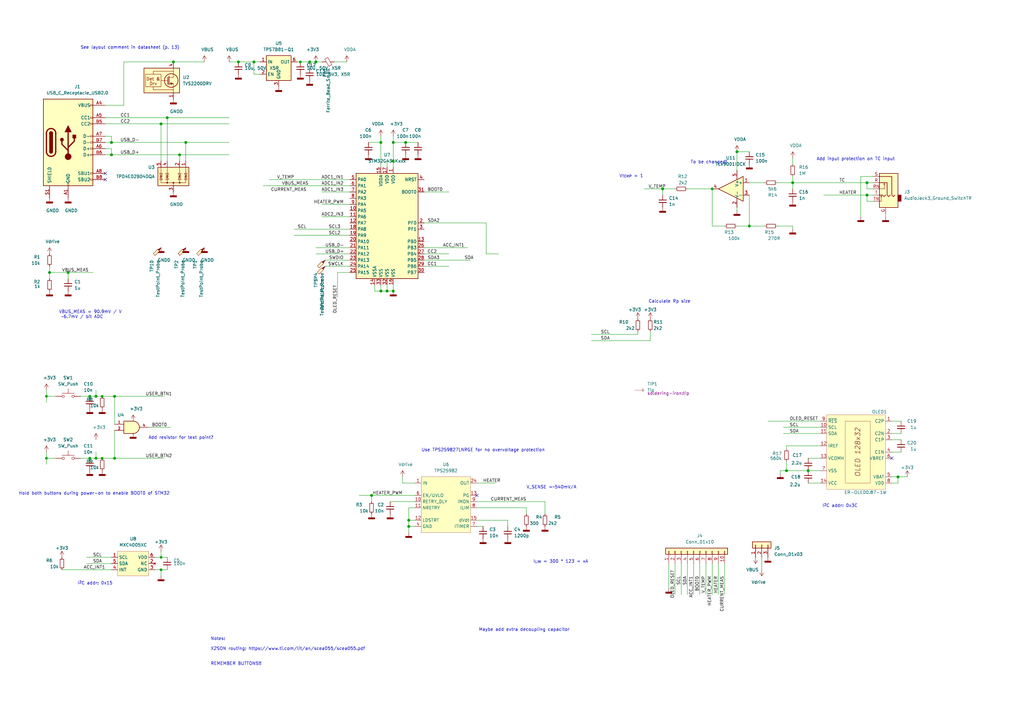
<source format=kicad_sch>
(kicad_sch (version 20210126) (generator eeschema)
  (paper "A3")
  (junction (at 19.05 162.56) (diameter 0.9144))
  (junction (at 19.05 187.96) (diameter 0.9144))
  (junction (at 20.32 111.76) (diameter 1.016))
  (junction (at 27.94 111.76) (diameter 1.016))
  (junction (at 36.83 162.56) (diameter 1.016))
  (junction (at 36.83 187.96) (diameter 1.016))
  (junction (at 39.37 162.56) (diameter 1.016))
  (junction (at 39.37 187.96) (diameter 1.016))
  (junction (at 41.91 162.56) (diameter 0.9144))
  (junction (at 41.91 187.96) (diameter 0.9144))
  (junction (at 45.72 58.42) (diameter 1.016))
  (junction (at 45.72 63.5) (diameter 1.016))
  (junction (at 46.99 162.56) (diameter 1.016))
  (junction (at 46.99 187.96) (diameter 1.016))
  (junction (at 66.04 50.8) (diameter 1.016))
  (junction (at 66.04 228.6) (diameter 0.9144))
  (junction (at 66.04 233.68) (diameter 0.9144))
  (junction (at 68.58 48.26) (diameter 1.016))
  (junction (at 71.12 25.4) (diameter 1.016))
  (junction (at 73.66 63.5) (diameter 1.016))
  (junction (at 76.2 58.42) (diameter 1.016))
  (junction (at 97.79 25.4) (diameter 1.016))
  (junction (at 104.14 25.4) (diameter 1.016))
  (junction (at 123.19 25.4) (diameter 0.9144))
  (junction (at 127 25.4) (diameter 1.016))
  (junction (at 129.54 25.4) (diameter 1.016))
  (junction (at 152.4 203.2) (diameter 1.016))
  (junction (at 156.21 58.42) (diameter 1.016))
  (junction (at 156.21 119.38) (diameter 1.016))
  (junction (at 158.75 119.38) (diameter 1.016))
  (junction (at 161.29 58.42) (diameter 1.016))
  (junction (at 161.29 66.04) (diameter 1.016))
  (junction (at 161.29 119.38) (diameter 1.016))
  (junction (at 166.37 58.42) (diameter 1.016))
  (junction (at 167.64 213.36) (diameter 1.016))
  (junction (at 167.64 215.9) (diameter 1.016))
  (junction (at 271.78 77.47) (diameter 1.016))
  (junction (at 292.1 77.47) (diameter 0.9144))
  (junction (at 302.26 62.23) (diameter 1.016))
  (junction (at 307.34 92.71) (diameter 1.016))
  (junction (at 322.58 193.04) (diameter 1.016))
  (junction (at 325.12 74.93) (diameter 1.016))
  (junction (at 331.47 193.04) (diameter 1.016))
  (junction (at 355.6 74.93) (diameter 1.016))
  (junction (at 355.6 80.01) (diameter 1.016))
  (junction (at 368.3 195.58) (diameter 1.016))
  (no_connect (at 43.18 71.12))
  (no_connect (at 43.18 73.66))
  (no_connect (at 195.58 203.2))
  (no_connect (at 365.76 187.96))
  (wire (pts (xy 19.05 160.02) (xy 19.05 162.56)))
  (wire (pts (xy 19.05 162.56) (xy 19.05 165.1)))
  (wire (pts (xy 19.05 185.42) (xy 19.05 187.96)))
  (wire (pts (xy 19.05 187.96) (xy 19.05 190.5)))
  (wire (pts (xy 20.32 109.22) (xy 20.32 111.76)))
  (wire (pts (xy 20.32 111.76) (xy 20.32 114.3)))
  (wire (pts (xy 22.86 162.56) (xy 19.05 162.56)))
  (wire (pts (xy 22.86 187.96) (xy 19.05 187.96)))
  (wire (pts (xy 25.4 233.68) (xy 45.72 233.68)))
  (wire (pts (xy 27.94 111.76) (xy 20.32 111.76)))
  (wire (pts (xy 27.94 111.76) (xy 27.94 114.3)))
  (wire (pts (xy 35.56 228.6) (xy 45.72 228.6)))
  (wire (pts (xy 35.56 231.14) (xy 45.72 231.14)))
  (wire (pts (xy 36.83 162.56) (xy 33.02 162.56)))
  (wire (pts (xy 36.83 162.56) (xy 39.37 162.56)))
  (wire (pts (xy 36.83 187.96) (xy 33.02 187.96)))
  (wire (pts (xy 36.83 187.96) (xy 39.37 187.96)))
  (wire (pts (xy 38.1 111.76) (xy 27.94 111.76)))
  (wire (pts (xy 39.37 160.02) (xy 39.37 162.56)))
  (wire (pts (xy 39.37 162.56) (xy 41.91 162.56)))
  (wire (pts (xy 39.37 185.42) (xy 39.37 187.96)))
  (wire (pts (xy 39.37 187.96) (xy 41.91 187.96)))
  (wire (pts (xy 41.91 162.56) (xy 46.99 162.56)))
  (wire (pts (xy 41.91 187.96) (xy 46.99 187.96)))
  (wire (pts (xy 43.18 48.26) (xy 68.58 48.26)))
  (wire (pts (xy 43.18 50.8) (xy 66.04 50.8)))
  (wire (pts (xy 43.18 55.88) (xy 45.72 55.88)))
  (wire (pts (xy 43.18 58.42) (xy 45.72 58.42)))
  (wire (pts (xy 43.18 63.5) (xy 45.72 63.5)))
  (wire (pts (xy 45.72 58.42) (xy 45.72 55.88)))
  (wire (pts (xy 45.72 58.42) (xy 76.2 58.42)))
  (wire (pts (xy 45.72 60.96) (xy 43.18 60.96)))
  (wire (pts (xy 45.72 63.5) (xy 45.72 60.96)))
  (wire (pts (xy 45.72 63.5) (xy 73.66 63.5)))
  (wire (pts (xy 46.99 162.56) (xy 67.31 162.56)))
  (wire (pts (xy 46.99 173.99) (xy 46.99 162.56)))
  (wire (pts (xy 46.99 176.53) (xy 46.99 187.96)))
  (wire (pts (xy 46.99 187.96) (xy 67.31 187.96)))
  (wire (pts (xy 50.8 25.4) (xy 50.8 43.18)))
  (wire (pts (xy 50.8 43.18) (xy 43.18 43.18)))
  (wire (pts (xy 60.96 175.26) (xy 69.85 175.26)))
  (wire (pts (xy 63.5 228.6) (xy 66.04 228.6)))
  (wire (pts (xy 66.04 50.8) (xy 66.04 66.04)))
  (wire (pts (xy 66.04 50.8) (xy 93.98 50.8)))
  (wire (pts (xy 66.04 228.6) (xy 66.04 226.06)))
  (wire (pts (xy 66.04 228.6) (xy 68.58 228.6)))
  (wire (pts (xy 66.04 233.68) (xy 63.5 233.68)))
  (wire (pts (xy 66.04 233.68) (xy 68.58 233.68)))
  (wire (pts (xy 66.04 236.22) (xy 66.04 233.68)))
  (wire (pts (xy 68.58 48.26) (xy 68.58 66.04)))
  (wire (pts (xy 68.58 48.26) (xy 93.98 48.26)))
  (wire (pts (xy 71.12 25.4) (xy 50.8 25.4)))
  (wire (pts (xy 73.66 63.5) (xy 73.66 66.04)))
  (wire (pts (xy 73.66 63.5) (xy 93.98 63.5)))
  (wire (pts (xy 76.2 58.42) (xy 76.2 66.04)))
  (wire (pts (xy 76.2 58.42) (xy 93.98 58.42)))
  (wire (pts (xy 83.82 25.4) (xy 71.12 25.4)))
  (wire (pts (xy 93.98 25.4) (xy 97.79 25.4)))
  (wire (pts (xy 97.79 25.4) (xy 104.14 25.4)))
  (wire (pts (xy 104.14 25.4) (xy 106.68 25.4)))
  (wire (pts (xy 104.14 30.48) (xy 104.14 25.4)))
  (wire (pts (xy 106.68 30.48) (xy 104.14 30.48)))
  (wire (pts (xy 107.95 76.2) (xy 143.51 76.2)))
  (wire (pts (xy 110.49 73.66) (xy 143.51 73.66)))
  (wire (pts (xy 120.65 93.98) (xy 143.51 93.98)))
  (wire (pts (xy 120.65 96.52) (xy 143.51 96.52)))
  (wire (pts (xy 121.92 25.4) (xy 123.19 25.4)))
  (wire (pts (xy 123.19 25.4) (xy 127 25.4)))
  (wire (pts (xy 127 25.4) (xy 127 27.94)))
  (wire (pts (xy 127 25.4) (xy 129.54 25.4)))
  (wire (pts (xy 129.54 25.4) (xy 132.08 25.4)))
  (wire (pts (xy 129.54 101.6) (xy 143.51 101.6)))
  (wire (pts (xy 129.54 104.14) (xy 143.51 104.14)))
  (wire (pts (xy 132.08 83.82) (xy 143.51 83.82)))
  (wire (pts (xy 137.16 25.4) (xy 142.24 25.4)))
  (wire (pts (xy 138.43 111.76) (xy 143.51 111.76)))
  (wire (pts (xy 138.43 121.92) (xy 138.43 111.76)))
  (wire (pts (xy 143.51 78.74) (xy 132.08 78.74)))
  (wire (pts (xy 143.51 88.9) (xy 132.08 88.9)))
  (wire (pts (xy 143.51 106.68) (xy 133.35 106.68)))
  (wire (pts (xy 143.51 109.22) (xy 133.35 109.22)))
  (wire (pts (xy 147.32 203.2) (xy 152.4 203.2)))
  (wire (pts (xy 151.13 58.42) (xy 156.21 58.42)))
  (wire (pts (xy 152.4 203.2) (xy 152.4 205.74)))
  (wire (pts (xy 152.4 203.2) (xy 170.18 203.2)))
  (wire (pts (xy 153.67 116.84) (xy 153.67 119.38)))
  (wire (pts (xy 156.21 55.88) (xy 156.21 58.42)))
  (wire (pts (xy 156.21 58.42) (xy 156.21 68.58)))
  (wire (pts (xy 156.21 116.84) (xy 156.21 119.38)))
  (wire (pts (xy 156.21 119.38) (xy 153.67 119.38)))
  (wire (pts (xy 158.75 68.58) (xy 158.75 66.04)))
  (wire (pts (xy 158.75 116.84) (xy 158.75 119.38)))
  (wire (pts (xy 158.75 119.38) (xy 156.21 119.38)))
  (wire (pts (xy 158.75 119.38) (xy 161.29 119.38)))
  (wire (pts (xy 160.02 205.74) (xy 170.18 205.74)))
  (wire (pts (xy 161.29 55.88) (xy 161.29 58.42)))
  (wire (pts (xy 161.29 58.42) (xy 166.37 58.42)))
  (wire (pts (xy 161.29 66.04) (xy 158.75 66.04)))
  (wire (pts (xy 161.29 66.04) (xy 161.29 58.42)))
  (wire (pts (xy 161.29 68.58) (xy 161.29 66.04)))
  (wire (pts (xy 161.29 116.84) (xy 161.29 119.38)))
  (wire (pts (xy 165.1 198.12) (xy 165.1 195.58)))
  (wire (pts (xy 167.64 208.28) (xy 167.64 213.36)))
  (wire (pts (xy 167.64 213.36) (xy 167.64 215.9)))
  (wire (pts (xy 167.64 213.36) (xy 170.18 213.36)))
  (wire (pts (xy 167.64 215.9) (xy 167.64 218.44)))
  (wire (pts (xy 167.64 215.9) (xy 170.18 215.9)))
  (wire (pts (xy 170.18 198.12) (xy 165.1 198.12)))
  (wire (pts (xy 170.18 208.28) (xy 167.64 208.28)))
  (wire (pts (xy 171.45 58.42) (xy 166.37 58.42)))
  (wire (pts (xy 173.99 91.44) (xy 199.39 91.44)))
  (wire (pts (xy 173.99 101.6) (xy 191.77 101.6)))
  (wire (pts (xy 173.99 106.68) (xy 193.04 106.68)))
  (wire (pts (xy 184.15 78.74) (xy 173.99 78.74)))
  (wire (pts (xy 184.15 104.14) (xy 173.99 104.14)))
  (wire (pts (xy 184.15 109.22) (xy 173.99 109.22)))
  (wire (pts (xy 195.58 198.12) (xy 203.2 198.12)))
  (wire (pts (xy 195.58 205.74) (xy 223.52 205.74)))
  (wire (pts (xy 195.58 208.28) (xy 215.9 208.28)))
  (wire (pts (xy 195.58 213.36) (xy 208.28 213.36)))
  (wire (pts (xy 195.58 215.9) (xy 198.12 215.9)))
  (wire (pts (xy 199.39 104.14) (xy 199.39 91.44)))
  (wire (pts (xy 204.47 104.14) (xy 199.39 104.14)))
  (wire (pts (xy 208.28 213.36) (xy 208.28 215.9)))
  (wire (pts (xy 215.9 208.28) (xy 215.9 210.82)))
  (wire (pts (xy 223.52 205.74) (xy 223.52 210.82)))
  (wire (pts (xy 242.57 137.16) (xy 261.62 137.16)))
  (wire (pts (xy 242.57 139.7) (xy 266.7 139.7)))
  (wire (pts (xy 261.62 135.89) (xy 261.62 137.16)))
  (wire (pts (xy 264.16 77.47) (xy 271.78 77.47)))
  (wire (pts (xy 266.7 135.89) (xy 266.7 139.7)))
  (wire (pts (xy 271.78 77.47) (xy 271.78 80.01)))
  (wire (pts (xy 271.78 77.47) (xy 276.86 77.47)))
  (wire (pts (xy 274.32 231.14) (xy 274.32 241.3)))
  (wire (pts (xy 276.86 231.14) (xy 276.86 243.84)))
  (wire (pts (xy 279.4 231.14) (xy 279.4 243.84)))
  (wire (pts (xy 281.94 77.47) (xy 292.1 77.47)))
  (wire (pts (xy 281.94 231.14) (xy 281.94 243.84)))
  (wire (pts (xy 284.48 231.14) (xy 284.48 243.84)))
  (wire (pts (xy 287.02 231.14) (xy 287.02 243.84)))
  (wire (pts (xy 289.56 231.14) (xy 289.56 243.84)))
  (wire (pts (xy 292.1 77.47) (xy 292.1 92.71)))
  (wire (pts (xy 292.1 92.71) (xy 297.18 92.71)))
  (wire (pts (xy 292.1 231.14) (xy 292.1 243.84)))
  (wire (pts (xy 294.64 231.14) (xy 294.64 243.84)))
  (wire (pts (xy 297.18 231.14) (xy 297.18 243.84)))
  (wire (pts (xy 302.26 62.23) (xy 302.26 69.85)))
  (wire (pts (xy 302.26 85.09) (xy 302.26 86.36)))
  (wire (pts (xy 307.34 62.23) (xy 302.26 62.23)))
  (wire (pts (xy 307.34 74.93) (xy 313.69 74.93)))
  (wire (pts (xy 307.34 80.01) (xy 307.34 92.71)))
  (wire (pts (xy 307.34 92.71) (xy 302.26 92.71)))
  (wire (pts (xy 307.34 92.71) (xy 313.69 92.71)))
  (wire (pts (xy 312.42 228.6) (xy 312.42 233.68)))
  (wire (pts (xy 314.96 172.72) (xy 336.55 172.72)))
  (wire (pts (xy 318.77 74.93) (xy 325.12 74.93)))
  (wire (pts (xy 318.77 92.71) (xy 325.12 92.71)))
  (wire (pts (xy 320.04 194.31) (xy 320.04 193.04)))
  (wire (pts (xy 321.31 175.26) (xy 336.55 175.26)))
  (wire (pts (xy 321.31 177.8) (xy 336.55 177.8)))
  (wire (pts (xy 322.58 182.88) (xy 336.55 182.88)))
  (wire (pts (xy 322.58 184.15) (xy 322.58 182.88)))
  (wire (pts (xy 322.58 189.23) (xy 322.58 193.04)))
  (wire (pts (xy 322.58 193.04) (xy 320.04 193.04)))
  (wire (pts (xy 322.58 193.04) (xy 331.47 193.04)))
  (wire (pts (xy 325.12 64.77) (xy 325.12 67.31)))
  (wire (pts (xy 325.12 72.39) (xy 325.12 74.93)))
  (wire (pts (xy 325.12 74.93) (xy 325.12 77.47)))
  (wire (pts (xy 325.12 74.93) (xy 355.6 74.93)))
  (wire (pts (xy 325.12 92.71) (xy 325.12 93.98)))
  (wire (pts (xy 331.47 187.96) (xy 336.55 187.96)))
  (wire (pts (xy 331.47 193.04) (xy 336.55 193.04)))
  (wire (pts (xy 336.55 198.12) (xy 331.47 198.12)))
  (wire (pts (xy 337.82 80.01) (xy 355.6 80.01)))
  (wire (pts (xy 353.06 72.39) (xy 353.06 88.9)))
  (wire (pts (xy 353.06 72.39) (xy 358.14 72.39)))
  (wire (pts (xy 355.6 77.47) (xy 355.6 74.93)))
  (wire (pts (xy 355.6 80.01) (xy 358.14 80.01)))
  (wire (pts (xy 355.6 82.55) (xy 355.6 80.01)))
  (wire (pts (xy 358.14 74.93) (xy 355.6 74.93)))
  (wire (pts (xy 358.14 77.47) (xy 355.6 77.47)))
  (wire (pts (xy 358.14 82.55) (xy 355.6 82.55)))
  (wire (pts (xy 363.22 87.63) (xy 363.22 88.9)))
  (wire (pts (xy 368.3 195.58) (xy 365.76 195.58)))
  (wire (pts (xy 368.3 195.58) (xy 368.3 198.12)))
  (wire (pts (xy 368.3 198.12) (xy 365.76 198.12)))
  (wire (pts (xy 369.57 172.72) (xy 365.76 172.72)))
  (wire (pts (xy 369.57 177.8) (xy 365.76 177.8)))
  (wire (pts (xy 369.57 180.34) (xy 365.76 180.34)))
  (wire (pts (xy 369.57 185.42) (xy 365.76 185.42)))
  (wire (pts (xy 372.11 195.58) (xy 368.3 195.58)))
  (text "Hold both buttons during power-on to enable BOOT0 of STM32" (at 7.62 203.2 0) (effects (font (size 1.27 1.27)) (justify left bottom)))
  (text "VBUS_MEAS = 90.9mV / V\n ~~6.7mV / bit ADC" (at 24.13 130.81 0) (effects (font (size 1.27 1.27)) (justify left bottom)))
  (text "I^{2}C addr: 0x15" (at 31.75 240.03 0) (effects (font (size 1.27 1.27)) (justify left bottom)))
  (text "See layout comment in datasheet (p. 13)" (at 73.66 20.32 180) (effects (font (size 1.27 1.27)) (justify right bottom)))
  (text "Notes:\n\nX2SON routing: https://www.ti.com/lit/an/scea055/scea055.pdf\n\n\nREMEMBER BUTTONS!!\n" (at 86.36 273.05 0) (effects (font (size 1.27 1.27)) (justify left bottom)))
  (text "Add resistor for test point?" (at 87.63 180.34 180) (effects (font (size 1.27 1.27)) (justify right bottom)))
  (text "V_SENSE =~~540mV/A" (at 215.9 200.66 0) (effects (font (size 1.27 1.27)) (justify left bottom)))
  (text "Use TPS259827LNRGE for no overvoltage protection" (at 223.52 185.42 180) (effects (font (size 1.27 1.27)) (justify right bottom)))
  (text "Maybe add extra decoupling capacitor" (at 233.68 259.08 180) (effects (font (size 1.27 1.27)) (justify right bottom)))
  (text "I_{LIM} = ${e503d6bf-a50a-4ee0-8ab0-ca6ce4a7f0d5:VALUE} * 123 = xA" (at 241.3 231.14 0) (effects (font (size 1.27 1.27)) (justify right bottom)))
  (text "V_{TEMP} = 1" (at 254 73.025 0) (effects (font (size 1.27 1.27)) (justify left bottom)))
  (text "To be changed!" (at 283.21 67.31 0) (effects (font (size 1.27 1.27)) (justify left bottom)))
  (text "Calculate Rp size" (at 283.21 124.46 180) (effects (font (size 1.27 1.27)) (justify right bottom)))
  (text "I^{2}C addr: 0x3C" (at 351.79 208.28 180) (effects (font (size 1.27 1.27)) (justify right bottom)))
  (text "Add input protection on TC input" (at 367.03 66.04 180) (effects (font (size 1.27 1.27)) (justify right bottom)))
  (label "VBUS_MEAS" (at 25.4 111.76 0))
  (label "SCL" (at 38.1 228.6 0))
  (label "SDA" (at 38.1 231.14 0))
  (label "ACC_INT1" (at 43.18 233.68 180))
  (label "CC1" (at 53.34 48.26 180))
  (label "CC2" (at 53.34 50.8 180))
  (label "USB_D-" (at 57.15 58.42 180))
  (label "USB_D+" (at 57.15 63.5 180))
  (label "USER_BTN1" (at 59.69 162.56 0))
  (label "USER_BTN2" (at 59.69 187.96 0))
  (label "BOOT0" (at 62.23 175.26 0))
  (label "VBUS_MEAS" (at 115.57 76.2 0))
  (label "V_TEMP" (at 120.65 73.66 180))
  (label "CURRENT_MEAS" (at 125.73 78.74 180))
  (label "SCL" (at 125.73 93.98 180))
  (label "USB_D-" (at 133.35 101.6 0))
  (label "USB_D+" (at 133.35 104.14 0))
  (label "OLED_RESET" (at 138.43 116.84 270))
  (label "SCL3" (at 139.7 93.98 180))
  (label "SCL2" (at 139.7 96.52 180))
  (label "ADC1_IN1" (at 140.97 73.66 180))
  (label "ADC1_IN2" (at 140.97 76.2 180))
  (label "ADC1_IN3" (at 140.97 78.74 180))
  (label "HEATER_PWM" (at 140.97 83.82 180))
  (label "ADC2_IN3" (at 140.97 88.9 180))
  (label "SWDIO" (at 140.97 106.68 180))
  (label "SWCLK" (at 140.97 109.22 180))
  (label "HEATER_PWM" (at 165.1 203.2 180))
  (label "CC2" (at 175.26 104.14 0))
  (label "CC1" (at 175.26 109.22 0))
  (label "SDA2" (at 180.34 91.44 180))
  (label "SDA3" (at 180.34 106.68 180))
  (label "BOOT0" (at 181.61 78.74 180))
  (label "ACC_INT1" (at 190.5 101.6 180))
  (label "SDA" (at 190.5 106.68 0))
  (label "HEATER" (at 198.12 198.12 0))
  (label "CURRENT_MEAS" (at 215.9 205.74 180))
  (label "SCL" (at 246.38 137.16 0))
  (label "SDA" (at 246.38 139.7 0))
  (label "V_TEMP" (at 273.05 77.47 180))
  (label "OLED_RESET" (at 276.86 233.68 270))
  (label "SCL" (at 279.4 236.22 270))
  (label "SDA" (at 281.94 236.22 270))
  (label "ACC_INT1" (at 284.48 236.22 270))
  (label "BOOT0" (at 287.02 236.22 270))
  (label "V_TEMP" (at 289.56 236.22 270))
  (label "HEATER_PWM" (at 292.1 236.22 270))
  (label "HEATER" (at 294.64 236.22 270))
  (label "CURRENT_MEAS" (at 297.18 236.22 270))
  (label "OLED_RESET" (at 323.85 172.72 0))
  (label "SCL" (at 323.85 175.26 0))
  (label "SDA" (at 323.85 177.8 0))
  (label "TC" (at 344.17 74.93 0))
  (label "HEATER" (at 344.17 80.01 0))
  (symbol (lib_id "New_Library:Tip") (at 261.62 160.02 0) (unit 1) (on_board no)
    (property "Reference" "TIP1" (at 265.43 157.48 0) (effects (justify left)))
    (property "Value" "Tip" (at 265.43 160.02 0) (effects (justify left)))
    (property "Footprint" "soldering-iron:tip" (at 265.43 161.29 0) (effects (justify left)))
    (property "BOM" "T0050103499" (effects hide))
    (property "MFGR" "T0050103499" (effects hide))
  )
  (symbol (lib_id "power:+3V3") (at 19.05 160.02 0) (unit 1)
    (property "Reference" "#PWR0106" (effects hide))
    (property "Value" "+3V3" (at 20.32 154.94 0))
  )
  (symbol (lib_id "power:+3V3") (at 19.05 185.42 0) (unit 1)
    (property "Reference" "#PWR0102" (effects hide))
    (property "Value" "+3V3" (at 20.32 180.34 0))
  )
  (symbol (lib_id "power:Vdrive") (at 20.32 104.14 0) (unit 1)
    (property "Reference" "#PWR06" (effects hide))
    (property "Value" "Vdrive" (at 21.59 99.06 0))
  )
  (symbol (lib_id "power:+3V3") (at 25.4 228.6 0) (unit 1)
    (property "Reference" "#PWR025" (effects hide))
    (property "Value" "+3V3" (at 25.4 224.79 0))
  )
  (symbol (lib_id "power:+3V3") (at 39.37 180.34 0) (unit 1)
    (property "Reference" "#PWR0107" (effects hide))
    (property "Value" "+3V3" (at 40.64 175.26 0))
  )
  (symbol (lib_id "power:+3V3") (at 54.61 172.72 0) (unit 1)
    (property "Reference" "#PWR0108" (effects hide))
    (property "Value" "+3V3" (at 55.88 167.64 0))
  )
  (symbol (lib_id "power:+3V3") (at 66.04 226.06 0) (unit 1)
    (property "Reference" "#PWR026" (effects hide))
    (property "Value" "+3V3" (at 66.04 222.25 0))
  )
  (symbol (lib_id "power:VBUS") (at 83.82 25.4 0) (unit 1)
    (property "Reference" "#PWR019" (effects hide))
    (property "Value" "VBUS" (at 85.09 20.32 0))
  )
  (symbol (lib_id "power:VBUS") (at 93.98 25.4 0) (unit 1)
    (property "Reference" "#PWR035" (effects hide))
    (property "Value" "VBUS" (at 95.25 20.32 0))
  )
  (symbol (lib_id "power:+3V3") (at 129.54 25.4 0) (mirror y) (unit 1)
    (property "Reference" "#PWR048" (effects hide))
    (property "Value" "+3V3" (at 128.27 20.32 0))
  )
  (symbol (lib_id "power:VDDA") (at 142.24 25.4 0) (unit 1)
    (property "Reference" "#PWR051" (effects hide))
    (property "Value" "VDDA" (at 143.51 20.32 0))
  )
  (symbol (lib_id "power:VDDA") (at 156.21 55.88 0) (mirror y) (unit 1)
    (property "Reference" "#PWR030" (effects hide))
    (property "Value" "VDDA" (at 154.94 50.8 0))
  )
  (symbol (lib_id "power:+3V3") (at 161.29 55.88 0) (mirror y) (unit 1)
    (property "Reference" "#PWR031" (effects hide))
    (property "Value" "+3V3" (at 162.56 50.8 0))
  )
  (symbol (lib_id "power:Vdrive") (at 165.1 195.58 0) (unit 1)
    (property "Reference" "#PWR013" (effects hide))
    (property "Value" "Vdrive" (at 166.37 190.5 0))
  )
  (symbol (lib_id "power:+3V3") (at 261.62 130.81 0) (unit 1)
    (property "Reference" "#PWR052" (effects hide))
    (property "Value" "+3V3" (at 260.35 127 0))
  )
  (symbol (lib_id "power:+3V3") (at 266.7 130.81 0) (unit 1)
    (property "Reference" "#PWR053" (effects hide))
    (property "Value" "+3V3" (at 266.7 127 0))
  )
  (symbol (lib_id "power:VDDA") (at 302.26 62.23 0) (unit 1)
    (property "Reference" "#PWR056" (effects hide))
    (property "Value" "VDDA" (at 303.53 57.15 0))
  )
  (symbol (lib_id "power:VBUS") (at 309.88 228.6 180) (unit 1)
    (property "Reference" "#PWR059" (effects hide))
    (property "Value" "VBUS" (at 308.61 233.68 0))
  )
  (symbol (lib_id "power:Vdrive") (at 312.42 233.68 180) (unit 1)
    (property "Reference" "#PWR060" (effects hide))
    (property "Value" "Vdrive" (at 311.15 238.76 0))
  )
  (symbol (lib_id "power:VDDA") (at 325.12 64.77 0) (unit 1)
    (property "Reference" "#PWR063" (effects hide))
    (property "Value" "VDDA" (at 326.39 59.69 0))
  )
  (symbol (lib_id "power:+3V3") (at 372.11 195.58 0) (mirror y) (unit 1)
    (property "Reference" "#PWR068" (effects hide))
    (property "Value" "+3V3" (at 372.11 191.77 0))
  )
  (symbol (lib_id "power:GNDD") (at 20.32 81.28 0) (unit 1)
    (property "Reference" "#PWR01" (effects hide))
    (property "Value" "GNDD" (at 21.59 86.36 0))
  )
  (symbol (lib_id "power:GNDD") (at 20.32 119.38 0) (unit 1)
    (property "Reference" "#PWR07" (effects hide))
    (property "Value" "GNDD" (effects hide))
  )
  (symbol (lib_id "power:GNDD") (at 27.94 81.28 0) (unit 1)
    (property "Reference" "#PWR02" (effects hide))
    (property "Value" "GNDD" (at 29.21 86.36 0))
  )
  (symbol (lib_id "power:GNDD") (at 27.94 119.38 0) (unit 1)
    (property "Reference" "#PWR011" (effects hide))
    (property "Value" "GNDD" (effects hide))
  )
  (symbol (lib_id "power:GNDD") (at 36.83 167.64 0) (mirror y) (unit 1)
    (property "Reference" "#PWR0101" (effects hide))
    (property "Value" "GNDD" (effects hide))
  )
  (symbol (lib_id "power:GNDD") (at 36.83 193.04 0) (mirror y) (unit 1)
    (property "Reference" "#PWR0104" (effects hide))
    (property "Value" "GNDD" (effects hide))
  )
  (symbol (lib_id "power:GNDD") (at 41.91 167.64 0) (mirror y) (unit 1)
    (property "Reference" "#PWR0103" (effects hide))
    (property "Value" "GNDD" (effects hide))
  )
  (symbol (lib_id "power:GNDD") (at 41.91 193.04 0) (mirror y) (unit 1)
    (property "Reference" "#PWR0105" (effects hide))
    (property "Value" "GNDD" (effects hide))
  )
  (symbol (lib_id "power:GNDD") (at 54.61 177.8 0) (mirror y) (unit 1)
    (property "Reference" "#PWR0109" (effects hide))
    (property "Value" "GNDD" (effects hide))
  )
  (symbol (lib_id "power:GNDD") (at 66.04 101.6 0) (unit 1)
    (property "Reference" "#PWR0112" (effects hide))
    (property "Value" "GNDD" (at 67.31 106.68 0))
  )
  (symbol (lib_id "power:GNDD") (at 66.04 236.22 0) (unit 1)
    (property "Reference" "#PWR027" (effects hide))
    (property "Value" "GNDD" (effects hide))
  )
  (symbol (lib_id "power:GNDD") (at 71.12 40.64 0) (unit 1)
    (property "Reference" "#PWR016" (effects hide))
    (property "Value" "GNDD" (at 72.39 45.72 0))
  )
  (symbol (lib_id "power:GNDD") (at 71.12 78.74 0) (unit 1)
    (property "Reference" "#PWR017" (effects hide))
    (property "Value" "GNDD" (at 72.39 83.82 0))
  )
  (symbol (lib_id "power:GNDD") (at 76.2 101.6 0) (unit 1)
    (property "Reference" "#PWR0111" (effects hide))
    (property "Value" "GNDD" (at 77.47 106.68 0))
  )
  (symbol (lib_id "power:GNDD") (at 83.82 101.6 0) (unit 1)
    (property "Reference" "#PWR0110" (effects hide))
    (property "Value" "GNDD" (at 85.09 106.68 0))
  )
  (symbol (lib_id "power:GNDD") (at 97.79 30.48 0) (unit 1)
    (property "Reference" "#PWR036" (effects hide))
    (property "Value" "GNDD" (effects hide))
  )
  (symbol (lib_id "power:GNDD") (at 114.3 35.56 0) (unit 1)
    (property "Reference" "#PWR040" (effects hide))
    (property "Value" "GNDD" (effects hide))
  )
  (symbol (lib_id "power:GNDD") (at 123.19 30.48 0) (unit 1)
    (property "Reference" "#PWR043" (effects hide))
    (property "Value" "GNDD" (effects hide))
  )
  (symbol (lib_id "power:GNDD") (at 127 33.02 0) (unit 1)
    (property "Reference" "#PWR045" (effects hide))
    (property "Value" "GNDD" (effects hide))
  )
  (symbol (lib_id "power:GNDD") (at 151.13 63.5 0) (mirror y) (unit 1)
    (property "Reference" "#PWR029" (effects hide))
    (property "Value" "GNDD" (effects hide))
  )
  (symbol (lib_id "power:GNDD") (at 152.4 210.82 0) (unit 1)
    (property "Reference" "#PWR09" (effects hide))
    (property "Value" "GNDD" (effects hide))
  )
  (symbol (lib_id "power:GNDD") (at 160.02 210.82 0) (unit 1)
    (property "Reference" "#PWR012" (effects hide))
    (property "Value" "GNDD" (effects hide))
  )
  (symbol (lib_id "power:GNDD") (at 161.29 119.38 0) (mirror y) (unit 1)
    (property "Reference" "#PWR032" (effects hide))
    (property "Value" "GNDD" (effects hide))
  )
  (symbol (lib_id "power:GNDD") (at 166.37 63.5 0) (mirror y) (unit 1)
    (property "Reference" "#PWR033" (effects hide))
    (property "Value" "GNDD" (effects hide))
  )
  (symbol (lib_id "power:GNDD") (at 167.64 218.44 0) (unit 1)
    (property "Reference" "#PWR014" (effects hide))
    (property "Value" "GNDD" (effects hide))
  )
  (symbol (lib_id "power:GNDD") (at 171.45 63.5 0) (mirror y) (unit 1)
    (property "Reference" "#PWR034" (effects hide))
    (property "Value" "GNDD" (effects hide))
  )
  (symbol (lib_id "power:GNDD") (at 198.12 220.98 0) (unit 1)
    (property "Reference" "#PWR021" (effects hide))
    (property "Value" "GNDD" (effects hide))
  )
  (symbol (lib_id "power:GNDD") (at 208.28 220.98 0) (unit 1)
    (property "Reference" "#PWR022" (effects hide))
    (property "Value" "GNDD" (effects hide))
  )
  (symbol (lib_id "power:GNDD") (at 215.9 215.9 0) (unit 1)
    (property "Reference" "#PWR023" (effects hide))
    (property "Value" "GNDD" (effects hide))
  )
  (symbol (lib_id "power:GNDD") (at 223.52 215.9 0) (unit 1)
    (property "Reference" "#PWR024" (effects hide))
    (property "Value" "GNDD" (effects hide))
  )
  (symbol (lib_id "power:GNDD") (at 271.78 85.09 0) (unit 1)
    (property "Reference" "#PWR054" (effects hide))
    (property "Value" "GNDD" (effects hide))
  )
  (symbol (lib_id "power:GNDD") (at 274.32 241.3 0) (unit 1)
    (property "Reference" "#PWR055" (effects hide))
    (property "Value" "GNDD" (effects hide))
  )
  (symbol (lib_id "power:GNDD") (at 302.26 86.36 0) (unit 1)
    (property "Reference" "#PWR057" (effects hide))
    (property "Value" "GNDD" (effects hide))
  )
  (symbol (lib_id "power:GNDD") (at 307.34 67.31 0) (unit 1)
    (property "Reference" "#PWR058" (effects hide))
    (property "Value" "GNDD" (effects hide))
  )
  (symbol (lib_id "power:GNDD") (at 314.96 228.6 0) (unit 1)
    (property "Reference" "#PWR061" (effects hide))
    (property "Value" "GNDD" (effects hide))
  )
  (symbol (lib_id "power:GNDD") (at 320.04 194.31 0) (unit 1)
    (property "Reference" "#PWR062" (effects hide))
    (property "Value" "GNDD" (effects hide))
  )
  (symbol (lib_id "power:GNDD") (at 325.12 82.55 0) (unit 1)
    (property "Reference" "#PWR064" (effects hide))
    (property "Value" "GNDD" (effects hide))
  )
  (symbol (lib_id "power:GNDD") (at 325.12 93.98 0) (unit 1)
    (property "Reference" "#PWR065" (effects hide))
    (property "Value" "GNDD" (effects hide))
  )
  (symbol (lib_id "power:GNDD") (at 353.06 88.9 0) (unit 1)
    (property "Reference" "#PWR066" (effects hide))
    (property "Value" "GNDD" (effects hide))
  )
  (symbol (lib_id "power:GNDD") (at 363.22 88.9 0) (unit 1)
    (property "Reference" "#PWR067" (effects hide))
    (property "Value" "GNDD" (effects hide))
  )
  (symbol (lib_id "Device:R_Small") (at 20.32 106.68 180) (unit 1)
    (property "Reference" "R1" (at 16.51 105.41 0) (effects (justify left)))
    (property "Value" "10k" (at 16.51 107.95 0) (effects (justify left)))
    (property "Footprint" "Resistor_SMD:R_0402_1005Metric" (effects hide))
    (property "BOM" "311-10.0KLRCT-ND" (effects hide))
    (property "MFGR" "RC0402FR-0710KL" (effects hide))
  )
  (symbol (lib_id "Device:R_Small") (at 20.32 116.84 180) (unit 1)
    (property "Reference" "R2" (at 16.51 115.57 0) (effects (justify left)))
    (property "Value" "1k" (at 16.51 117.475 0) (effects (justify left)))
    (property "Footprint" "Resistor_SMD:R_0402_1005Metric" (effects hide))
    (property "BOM" "311-1.00KLRCT-ND" (effects hide))
    (property "MFGR" "RC0402FR-071KL‎" (effects hide))
  )
  (symbol (lib_id "Device:R_Small") (at 25.4 231.14 180) (unit 1)
    (property "Reference" "R6" (at 21.59 229.87 0) (effects (justify left)))
    (property "Value" "10k" (at 24.13 232.41 0) (effects (justify left)))
    (property "Footprint" "Resistor_SMD:R_0402_1005Metric" (effects hide))
    (property "BOM" "311-10.0KLRCT-ND" (effects hide))
    (property "MFGR" "RC0402FR-0710KL" (effects hide))
  )
  (symbol (lib_id "Device:R_Small") (at 41.91 165.1 180) (unit 1)
    (property "Reference" "R8" (at 38.1 163.83 0) (effects (justify left)))
    (property "Value" "10k" (at 40.64 166.37 0) (effects (justify left)))
    (property "Footprint" "Resistor_SMD:R_0402_1005Metric" (effects hide))
    (property "BOM" "311-10.0KLRCT-ND" (effects hide))
    (property "MFGR" "RC0402FR-0710KL" (effects hide))
  )
  (symbol (lib_id "Device:R_Small") (at 41.91 190.5 180) (unit 1)
    (property "Reference" "R9" (at 38.1 189.23 0) (effects (justify left)))
    (property "Value" "10k" (at 40.64 191.77 0) (effects (justify left)))
    (property "Footprint" "Resistor_SMD:R_0402_1005Metric" (effects hide))
    (property "BOM" "311-10.0KLRCT-ND" (effects hide))
    (property "MFGR" "RC0402FR-0710KL" (effects hide))
  )
  (symbol (lib_id "Device:R_Small") (at 152.4 208.28 180) (unit 1)
    (property "Reference" "R3" (at 148.59 207.01 0) (effects (justify left)))
    (property "Value" "10k" (at 151.13 209.55 0) (effects (justify left)))
    (property "Footprint" "Resistor_SMD:R_0402_1005Metric" (effects hide))
    (property "BOM" "311-10.0KLRCT-ND" (effects hide))
    (property "MFGR" "RC0402FR-0710KL" (effects hide))
  )
  (symbol (lib_id "Device:R_Small") (at 215.9 213.36 0) (mirror x) (unit 1)
    (property "Reference" "R4" (at 219.71 212.09 0) (effects (justify left)))
    (property "Value" "300" (at 217.17 214.63 0) (effects (justify left)))
    (property "Footprint" "Resistor_SMD:R_0402_1005Metric" (effects hide))
    (property "BOM" "311-300LRCT-ND" (effects hide))
    (property "MFGR" "RC0402FR-07300RL" (effects hide))
  )
  (symbol (lib_id "Device:R_Small") (at 223.52 213.36 0) (mirror x) (unit 1)
    (property "Reference" "R5" (at 227.33 212.09 0) (effects (justify left)))
    (property "Value" "2k2" (at 224.79 214.63 0) (effects (justify left)))
    (property "Footprint" "Resistor_SMD:R_0402_1005Metric" (effects hide))
    (property "BOM" "311-2.20KLRCT-ND" (effects hide))
    (property "MFGR" "RC0402FR-072K2L" (effects hide))
  )
  (symbol (lib_id "Device:R_Small") (at 261.62 133.35 180) (unit 1)
    (property "Reference" "R10" (at 257.81 132.08 0) (effects (justify left)))
    (property "Value" "2k2" (at 260.35 134.62 0) (effects (justify left)))
    (property "Footprint" "Resistor_SMD:R_0402_1005Metric" (effects hide))
    (property "BOM" "311-2.20KLRCT-ND" (effects hide))
    (property "MFGR" "RC0402FR-072K2L" (effects hide))
  )
  (symbol (lib_id "Device:R_Small") (at 266.7 133.35 0) (unit 1)
    (property "Reference" "R11" (at 267.97 132.08 0) (effects (justify left)))
    (property "Value" "2k2" (at 267.97 134.62 0) (effects (justify left)))
    (property "Footprint" "Resistor_SMD:R_0402_1005Metric" (effects hide))
    (property "BOM" "311-2.20KLRCT-ND" (effects hide))
    (property "MFGR" "RC0402FR-072K2L" (effects hide))
  )
  (symbol (lib_id "Device:R_Small") (at 279.4 77.47 90) (unit 1)
    (property "Reference" "R12" (at 281.94 72.39 90) (effects (justify left)))
    (property "Value" "2k2" (at 281.94 74.93 90) (effects (justify left)))
    (property "Footprint" "Resistor_SMD:R_0402_1005Metric" (effects hide))
    (property "BOM" "311-2.20KLRCT-ND" (effects hide))
    (property "MFGR" "RC0402FR-072K2L" (effects hide))
  )
  (symbol (lib_id "Device:R_Small") (at 299.72 92.71 90) (unit 1)
    (property "Reference" "R13" (at 300.99 95.25 90) (effects (justify left)))
    (property "Value" "100k" (at 303.53 97.79 90) (effects (justify left)))
    (property "Footprint" "Resistor_SMD:R_0402_1005Metric" (effects hide))
    (property "BOM" "311-100KLRCT-ND" (effects hide))
    (property "MFGR" "RC0402FR-07100KL" (effects hide))
  )
  (symbol (lib_id "Device:R_Small") (at 316.23 74.93 270) (unit 1)
    (property "Reference" "R14" (at 314.96 80.01 90) (effects (justify left)))
    (property "Value" "5k6" (at 314.96 77.47 90) (effects (justify left)))
    (property "Footprint" "Resistor_SMD:R_0402_1005Metric" (effects hide))
    (property "BOM" "311-5.6KLRCT-ND" (effects hide))
    (property "MFGR" "RC0402FR-075K6L" (effects hide))
  )
  (symbol (lib_id "Device:R_Small") (at 316.23 92.71 90) (unit 1)
    (property "Reference" "R15" (at 317.5 95.25 90) (effects (justify left)))
    (property "Value" "270R" (at 320.04 97.79 90) (effects (justify left)))
    (property "Footprint" "Resistor_SMD:R_0402_1005Metric" (effects hide))
    (property "BOM" "311-270LRCT-ND " (effects hide))
    (property "MFGR" "RC0402FR-07270RL" (effects hide))
  )
  (symbol (lib_id "Device:R_Small") (at 322.58 186.69 0) (mirror y) (unit 1)
    (property "Reference" "R17" (at 320.675 186.055 0) (effects (justify left)))
    (property "Value" "560k" (at 320.675 187.96 0) (effects (justify left)))
    (property "Footprint" "Resistor_SMD:R_0402_1005Metric" (effects hide))
    (property "BOM" "311-560KLRCT-ND" (effects hide))
    (property "MFGR" "RC0402FR-07560KL" (effects hide))
  )
  (symbol (lib_id "Device:R_Small") (at 325.12 69.85 0) (unit 1)
    (property "Reference" "R16" (at 327.66 68.58 0) (effects (justify left)))
    (property "Value" "1M" (at 327.66 71.12 0) (effects (justify left)))
    (property "Footprint" "Resistor_SMD:R_0402_1005Metric" (effects hide))
    (property "BOM" "311-1.00MLRCT-ND" (effects hide))
    (property "MFGR" "RC0402FR-071ML‎ " (effects hide))
  )
  (symbol (lib_id "Connector:TestPoint_Probe") (at 66.04 101.6 90) (mirror x) (unit 1)
    (property "Reference" "TP10" (at 62.23 106.68 0) (effects (justify left)))
    (property "Value" "TestPoint_Probe" (at 64.77 106.68 0) (effects (justify left)))
    (property "Footprint" "Connector_PinHeader_2.54mm:PinHeader_1x01_P2.54mm_Vertical" (effects hide))
  )
  (symbol (lib_id "Connector:TestPoint_Probe") (at 76.2 101.6 90) (mirror x) (unit 1)
    (property "Reference" "TP2" (at 72.39 106.68 0) (effects (justify left)))
    (property "Value" "TestPoint_Probe" (at 74.93 106.68 0) (effects (justify left)))
    (property "Footprint" "Connector_PinHeader_2.54mm:PinHeader_1x01_P2.54mm_Vertical" (effects hide))
  )
  (symbol (lib_id "Connector:TestPoint_Probe") (at 83.82 101.6 90) (mirror x) (unit 1)
    (property "Reference" "TP1" (at 80.01 106.68 0) (effects (justify left)))
    (property "Value" "TestPoint_Probe" (at 82.55 106.68 0) (effects (justify left)))
    (property "Footprint" "Connector_PinHeader_2.54mm:PinHeader_1x01_P2.54mm_Vertical" (effects hide))
  )
  (symbol (lib_id "Connector:TestPoint_Probe") (at 133.35 106.68 90) (mirror x) (unit 1)
    (property "Reference" "TP4" (at 129.54 111.76 0) (effects (justify left)))
    (property "Value" "TestPoint_Probe" (at 132.08 111.76 0) (effects (justify left)))
    (property "Footprint" "TestPoint:TestPoint_Pad_D1.0mm" (effects hide))
  )
  (symbol (lib_id "Connector:TestPoint_Probe") (at 133.35 109.22 90) (mirror x) (unit 1)
    (property "Reference" "TP5" (at 129.54 114.3 0) (effects (justify left)))
    (property "Value" "TestPoint_Probe" (at 132.08 114.3 0) (effects (justify left)))
    (property "Footprint" "TestPoint:TestPoint_Pad_D1.0mm" (effects hide))
  )
  (symbol (lib_id "Device:C_Small") (at 27.94 116.84 0) (unit 1)
    (property "Reference" "C1" (at 30.48 115.57 0) (effects (justify left)))
    (property "Value" "1u" (at 30.48 118.11 0) (effects (justify left)))
    (property "Footprint" "Capacitor_SMD:C_0402_1005Metric" (effects hide))
    (property "BOM" "1276-1235-1-ND" (effects hide))
    (property "MFGR" "CL05A105MQ5NNNC" (effects hide))
  )
  (symbol (lib_id "Device:C_Small") (at 36.83 165.1 0) (unit 1)
    (property "Reference" "C10" (at 34.29 157.48 0) (effects (justify left)))
    (property "Value" "10n" (at 34.29 160.02 0) (effects (justify left)))
    (property "Footprint" "Capacitor_SMD:C_0402_1005Metric" (effects hide))
    (property "BOM" "732-7507-1-ND" (effects hide))
    (property "MFGR" "‎885012205012‎" (effects hide))
  )
  (symbol (lib_id "Device:C_Small") (at 36.83 190.5 0) (unit 1)
    (property "Reference" "C11" (at 34.29 182.88 0) (effects (justify left)))
    (property "Value" "10n" (at 34.29 185.42 0) (effects (justify left)))
    (property "Footprint" "Capacitor_SMD:C_0402_1005Metric" (effects hide))
    (property "BOM" "732-7507-1-ND" (effects hide))
    (property "MFGR" "‎885012205012‎" (effects hide))
  )
  (symbol (lib_id "Device:C_Small") (at 68.58 231.14 0) (unit 1)
    (property "Reference" "C5" (at 71.12 229.87 0) (effects (justify left)))
    (property "Value" "100n" (at 71.12 231.14 0) (effects (justify left)))
    (property "Footprint" "Capacitor_SMD:C_0402_1005Metric" (effects hide))
    (property "BOM" "732-7513-1-ND" (effects hide))
    (property "MFGR" "‎885012205018‎" (effects hide))
  )
  (symbol (lib_id "Device:C_Small") (at 97.79 27.94 0) (unit 1)
    (property "Reference" "C9" (at 100.33 26.67 0) (effects (justify left)))
    (property "Value" "10u, 50V, X5R" (at 100.33 27.94 0) (effects (justify left)))
    (property "Footprint" "Capacitor_SMD:C_0805_2012Metric" (effects hide))
    (property "BOM" "490-18664-1-ND" (effects hide))
    (property "MFGR" "‎GRM21BR61H106ME43L‎" (effects hide))
  )
  (symbol (lib_id "Device:C_Small") (at 123.19 27.94 0) (unit 1)
    (property "Reference" "C12" (at 125.73 26.67 0) (effects (justify left)))
    (property "Value" "10u, 50V, X5R" (at 125.73 27.94 0) (effects (justify left)))
    (property "Footprint" "Capacitor_SMD:C_0805_2012Metric" (effects hide))
    (property "BOM" "490-18664-1-ND" (effects hide))
    (property "MFGR" "‎GRM21BR61H106ME43L‎" (effects hide))
  )
  (symbol (lib_id "Device:C_Small") (at 127 30.48 0) (unit 1)
    (property "Reference" "C13" (at 129.54 29.21 0) (effects (justify left)))
    (property "Value" "10u, 6V3, X5R" (at 129.54 30.48 0) (effects (justify left)))
    (property "Footprint" "Capacitor_SMD:C_0402_1005Metric" (effects hide))
    (property "BOM" "GRM155R60J106ME15D" (effects hide))
    (property "MFGR" "‎GRM155R60J106ME15D‎" (effects hide))
  )
  (symbol (lib_id "Device:C_Small") (at 151.13 60.96 0) (mirror y) (unit 1)
    (property "Reference" "C6" (at 152.4 53.34 0) (effects (justify left)))
    (property "Value" "100n" (at 152.4 55.88 0) (effects (justify left)))
    (property "Footprint" "Capacitor_SMD:C_0402_1005Metric" (effects hide))
    (property "BOM" "732-7513-1-ND" (effects hide))
    (property "MFGR" "‎885012205018‎" (effects hide))
  )
  (symbol (lib_id "Device:C_Small") (at 160.02 208.28 0) (mirror y) (unit 1)
    (property "Reference" "C2" (at 157.48 207.01 0) (effects (justify left)))
    (property "Value" "10n" (at 157.48 209.55 0) (effects (justify left)))
    (property "Footprint" "Capacitor_SMD:C_0402_1005Metric" (effects hide))
    (property "BOM" "732-7507-1-ND" (effects hide))
    (property "MFGR" "‎885012205012‎" (effects hide))
  )
  (symbol (lib_id "Device:C_Small") (at 166.37 60.96 0) (mirror y) (unit 1)
    (property "Reference" "C7" (at 167.64 53.34 0) (effects (justify left)))
    (property "Value" "100n" (at 167.64 55.88 0) (effects (justify left)))
    (property "Footprint" "Capacitor_SMD:C_0402_1005Metric" (effects hide))
    (property "BOM" "732-7513-1-ND" (effects hide))
    (property "MFGR" "‎885012205018‎" (effects hide))
  )
  (symbol (lib_id "Device:C_Small") (at 171.45 60.96 0) (mirror y) (unit 1)
    (property "Reference" "C8" (at 172.72 53.34 0) (effects (justify left)))
    (property "Value" "100n" (at 172.72 55.88 0) (effects (justify left)))
    (property "Footprint" "Capacitor_SMD:C_0402_1005Metric" (effects hide))
    (property "BOM" "732-7513-1-ND" (effects hide))
    (property "MFGR" "‎885012205018‎" (effects hide))
  )
  (symbol (lib_id "Device:C_Small") (at 198.12 218.44 0) (unit 1)
    (property "Reference" "C3" (at 200.66 217.17 0) (effects (justify left)))
    (property "Value" "10n" (at 200.66 219.71 0) (effects (justify left)))
    (property "Footprint" "Capacitor_SMD:C_0402_1005Metric" (effects hide))
    (property "BOM" "732-7507-1-ND" (effects hide))
    (property "MFGR" "‎885012205012‎" (effects hide))
  )
  (symbol (lib_id "Device:C_Small") (at 208.28 218.44 0) (unit 1)
    (property "Reference" "C4" (at 210.82 217.17 0) (effects (justify left)))
    (property "Value" "1200p" (at 210.82 219.71 0) (effects (justify left)))
    (property "Footprint" "Capacitor_SMD:C_0402_1005Metric" (effects hide))
    (property "BOM" "311-1031-1-ND" (effects hide))
    (property "MFGR" "‎CC0402KRX7R9BB122‎" (effects hide))
  )
  (symbol (lib_id "Device:C_Small") (at 271.78 82.55 0) (unit 1)
    (property "Reference" "C14" (at 274.32 81.28 0) (effects (justify left)))
    (property "Value" "1n" (at 274.32 83.82 0) (effects (justify left)))
    (property "Footprint" "Capacitor_SMD:C_0402_1005Metric" (effects hide))
    (property "BOM" "478-04025C103MAT2ACT-ND" (effects hide))
    (property "MFGR" "‎04025C103MAT2A‎" (effects hide))
  )
  (symbol (lib_id "Device:C_Small") (at 307.34 64.77 0) (mirror x) (unit 1)
    (property "Reference" "C15" (at 309.88 63.5 0) (effects (justify left)))
    (property "Value" "100n" (at 309.88 66.04 0) (effects (justify left)))
    (property "Footprint" "Capacitor_SMD:C_0402_1005Metric" (effects hide))
    (property "BOM" "732-7513-1-ND" (effects hide))
    (property "MFGR" "‎885012205018‎" (effects hide))
  )
  (symbol (lib_id "Device:C_Small") (at 325.12 80.01 0) (unit 1)
    (property "Reference" "C16" (at 327.66 78.74 0) (effects (justify left)))
    (property "Value" "1n" (at 327.66 81.28 0) (effects (justify left)))
    (property "Footprint" "Capacitor_SMD:C_0402_1005Metric" (effects hide))
    (property "BOM" "478-04025C103MAT2ACT-ND" (effects hide))
    (property "MFGR" "‎04025C103MAT2A‎" (effects hide))
  )
  (symbol (lib_id "Device:C_Small") (at 331.47 190.5 0) (mirror y) (unit 1)
    (property "Reference" "C17" (at 328.93 186.69 0) (effects (justify left)))
    (property "Value" "2.2u" (at 328.93 189.865 0) (effects (justify left)))
    (property "Footprint" "Capacitor_SMD:C_0402_1005Metric" (effects hide))
    (property "BOM" "1253-CM05X5R225M16AHCT-ND" (effects hide))
    (property "MFGR" "CM05X5R225M16AH" (effects hide))
  )
  (symbol (lib_id "Device:C_Small") (at 331.47 195.58 0) (mirror y) (unit 1)
    (property "Reference" "C18" (at 324.485 195.58 0) (effects (justify right)))
    (property "Value" "2.2u" (at 328.295 198.755 0) (effects (justify left)))
    (property "Footprint" "Capacitor_SMD:C_0402_1005Metric" (effects hide))
    (property "BOM" "1253-CM05X5R225M16AHCT-ND" (effects hide))
    (property "MFGR" "CM05X5R225M16AH" (effects hide))
  )
  (symbol (lib_id "Device:C_Small") (at 369.57 175.26 0) (mirror y) (unit 1)
    (property "Reference" "C19" (at 375.92 172.72 0) (effects (justify left)))
    (property "Value" "1u" (at 375.92 175.26 0) (effects (justify left)))
    (property "Footprint" "Capacitor_SMD:C_0402_1005Metric" (effects hide))
    (property "BOM" "1276-1235-1-ND" (effects hide))
    (property "MFGR" "CL05A105MQ5NNNC" (effects hide))
  )
  (symbol (lib_id "Device:C_Small") (at 369.57 182.88 0) (mirror y) (unit 1)
    (property "Reference" "C20" (at 375.92 181.61 0) (effects (justify left)))
    (property "Value" "1u" (at 375.92 184.15 0) (effects (justify left)))
    (property "Footprint" "Capacitor_SMD:C_0402_1005Metric" (effects hide))
    (property "BOM" "1276-1235-1-ND" (effects hide))
    (property "MFGR" "CL05A105MQ5NNNC" (effects hide))
  )
  (symbol (lib_id "Device:Ferrite_Bead_Small") (at 134.62 25.4 270) (mirror x) (unit 1)
    (property "Reference" "FB1" (at 133.35 27.94 0) (effects (justify right)))
    (property "Value" "Ferrite_Bead_Small" (at 134.62 27.94 0) (effects (justify right)))
    (property "Footprint" "Inductor_SMD:L_0402_1005Metric" (effects hide))
    (property "MFGR" "BLM15BC241SN1D" (effects hide))
  )
  (symbol (lib_id "Switch:SW_Push") (at 27.94 162.56 0) (unit 1)
    (property "Reference" "SW1" (at 27.94 154.94 0))
    (property "Value" "SW_Push" (at 27.94 157.48 0))
    (property "Footprint" "jbj-misc:EVQP7K" (effects hide))
    (property "BOM" "P16764CT-ND" (effects hide))
    (property "MFGR" "EVQ-P7B01P" (effects hide))
  )
  (symbol (lib_id "Switch:SW_Push") (at 27.94 187.96 0) (unit 1)
    (property "Reference" "SW2" (at 27.94 180.34 0))
    (property "Value" "SW_Push" (at 27.94 182.88 0))
    (property "Footprint" "jbj-misc:EVQP7K" (effects hide))
    (property "BOM" "P16764CT-ND" (effects hide))
    (property "MFGR" "EVQ-P7B01P" (effects hide))
  )
  (symbol (lib_id "Connector_Generic:Conn_01x03") (at 312.42 223.52 90) (unit 1)
    (property "Reference" "J5" (at 317.5 224.79 90) (effects (justify right)))
    (property "Value" "Conn_01x03" (at 317.5 227.33 90) (effects (justify right)))
    (property "Footprint" "Connector_PinHeader_2.54mm:PinHeader_1x03_P2.54mm_Vertical" (effects hide))
  )
  (symbol (lib_id "New_Library:74LVC1G08") (at 54.61 175.26 0) (unit 1)
    (property "Reference" "U4" (at 49.53 170.18 0))
    (property "Value" "74LVC1G08" (effects hide))
    (property "Footprint" "Package_TO_SOT_SMD:SOT-23-5" (effects hide))
    (property "Datasheet" "https://www.ti.com/lit/ds/symlink/sn74lvc1g08.pdf" (effects hide))
    (property "BOM" "296-11601-1-ND" (effects hide))
    (property "MFGR" "‎SN74LVC1G08DBVR‎" (effects hide))
  )
  (symbol (lib_id "New_Library:TPD4E02B04DQA") (at 71.12 73.66 0) (mirror y) (unit 1)
    (property "Reference" "U3" (at 63.5 68.58 0) (effects (justify left)))
    (property "Value" "TPD4E02B04DQA" (at 63.5 72.39 0) (effects (justify left)))
    (property "Footprint" "Package_SON:USON-10_2.5x1.0mm_P0.5mm" (effects hide))
    (property "Datasheet" "http://www.ti.com/lit/ds/symlink/tpd4e02b04.pdf" (effects hide))
    (property "BOM" "296-43875-1-ND" (effects hide))
    (property "MFGR" "‎TPD4E02B04DQAR‎" (effects hide))
  )
  (symbol (lib_id "Connector_Generic:Conn_01x10") (at 284.48 226.06 90) (unit 1)
    (property "Reference" "J4" (at 287.02 219.71 90))
    (property "Value" "Conn_01x10" (at 287.02 222.25 90))
    (property "Footprint" "Connector_PinHeader_2.54mm:PinHeader_1x10_P2.54mm_Vertical" (effects hide))
  )
  (symbol (lib_id "jbj-sensor:MXC4005XC") (at 53.34 231.14 0) (unit 1)
    (property "Reference" "U8" (at 54.61 220.98 0))
    (property "Value" "MXC4005XC" (at 54.61 223.52 0))
    (property "Footprint" "jbj-sensor:MXC400xXC" (effects hide))
    (property "Datasheet" "http://www.memsic.com/uploadfiles/2020/08/20200828110959363.pdf" (effects hide))
    (property "BOM" "DK:1267-1075-1-ND" (effects hide))
  )
  (symbol (lib_id "Connector:AudioJack3_Ground_SwitchTR") (at 363.22 74.93 0) (mirror y) (unit 1)
    (property "Reference" "J3" (at 370.84 78.74 0) (effects (justify right)))
    (property "Value" "AudioJack3_Ground_SwitchTR" (at 370.84 81.28 0) (effects (justify right)))
    (property "Footprint" "jbj-conn:SJ-43504-SMT" (effects hide))
  )
  (symbol (lib_id "jbj-pmic:TPS7B81-Q1") (at 114.3 27.94 0) (unit 1)
    (property "Reference" "U5" (at 114.3 17.78 0))
    (property "Value" "TPS7B81-Q1" (at 114.3 20.32 0))
    (property "Footprint" "Package_SON:WSON-6-1EP_2x2mm_P0.65mm_EP1x1.6mm" (effects hide))
    (property "Datasheet" "https://www.ti.com/lit/ds/symlink/tps7b81-q1.pdf" (effects hide))
    (property "BOM" "DK:296-53593-1-ND" (effects hide))
  )
  (symbol (lib_id "Power_Protection:TVS2200DRV") (at 71.12 33.02 0) (unit 1)
    (property "Reference" "U2" (at 74.93 31.75 0) (effects (justify left)))
    (property "Value" "TVS2200DRV" (at 74.93 34.29 0) (effects (justify left)))
    (property "Footprint" "Package_SON:WSON-6-1EP_2x2mm_P0.65mm_EP1x1.6mm" (effects hide))
    (property "Datasheet" "http://www.ti.com/lit/ds/symlink/tvs2200.pdf" (effects hide))
  )
  (symbol (lib_id "Amplifier_Operational:TLV9001IDCK") (at 302.26 77.47 0) (mirror y) (unit 1)
    (property "Reference" "U11" (at 299.72 64.77 0))
    (property "Value" "TLV9001IDCK" (at 299.72 67.31 0))
    (property "Footprint" "Package_TO_SOT_SMD:SOT-353_SC-70-5" (effects hide))
    (property "Datasheet" "https://www.ti.com/lit/ds/symlink/tlv9001.pdf" (effects hide))
    (property "BOM" "296-51824-1-ND" (effects hide))
    (property "MFGR" "‎TLV9001TIDCKR‎" (effects hide))
  )
  (symbol (lib_id "jbj-pmic:TPS25982") (at 172.72 195.58 0) (unit 1)
    (property "Reference" "U6" (at 182.88 190.5 0))
    (property "Value" "TPS25982" (at 182.88 193.04 0))
    (property "Footprint" "jbj-pmic:VQFN-24-1EP_4x4mm_P0.5mm_EP2.45x2.45mm_ThermalVias" (effects hide))
    (property "Datasheet" "https://www.ti.com/lit/ds/symlink/tps25982.pdf?ts=1605562562313&ref_url=https%253A%252F%252Fwww.ti.com%252Fpower-management%252Fpower-switches%252Fefuse-hotswap-controllers%252Fproducts.html" (effects hide))
  )
  (symbol (lib_id "New_Library:ER-OLED0.87-1W") (at 350.52 182.88 0) (mirror y) (unit 1)
    (property "Reference" "OLED1" (at 360.68 168.91 0))
    (property "Value" "ER-OLED0.87-1W" (at 354.965 201.93 0))
    (property "Footprint" "jbj-misc:ER-OLED0.87-1-straight" (effects hide))
    (property "Datasheet" "https://www.buydisplay.com/download/manual/ER-OLED0.87-1_Datasheet.pdf" (effects hide))
  )
  (symbol (lib_id "Connector:USB_C_Receptacle_USB2.0") (at 27.94 58.42 0) (unit 1)
    (property "Reference" "J1" (at 31.75 35.56 0))
    (property "Value" "USB_C_Receptacle_USB2.0" (at 31.75 38.1 0))
    (property "Footprint" "jbj-conn:DX07S016JA1R1500" (effects hide))
    (property "Datasheet" "https://www.usb.org/sites/default/files/documents/usb_type-c.zip" (effects hide))
  )
  (symbol (lib_id "jbj-st-mcu:STM32G431Kxxx") (at 158.75 91.44 0) (mirror y) (unit 1)
    (property "Reference" "U7" (at 158.75 63.5 0))
    (property "Value" "STM32G431Kxxx" (at 158.75 66.04 0))
    (property "Footprint" "Package_QFP:LQFP-32_7x7mm_P0.8mm" (effects hide))
    (property "Datasheet" "https://www.st.com/resource/en/datasheet/stm32g431cb.pdf" (effects hide))
  )
)
</source>
